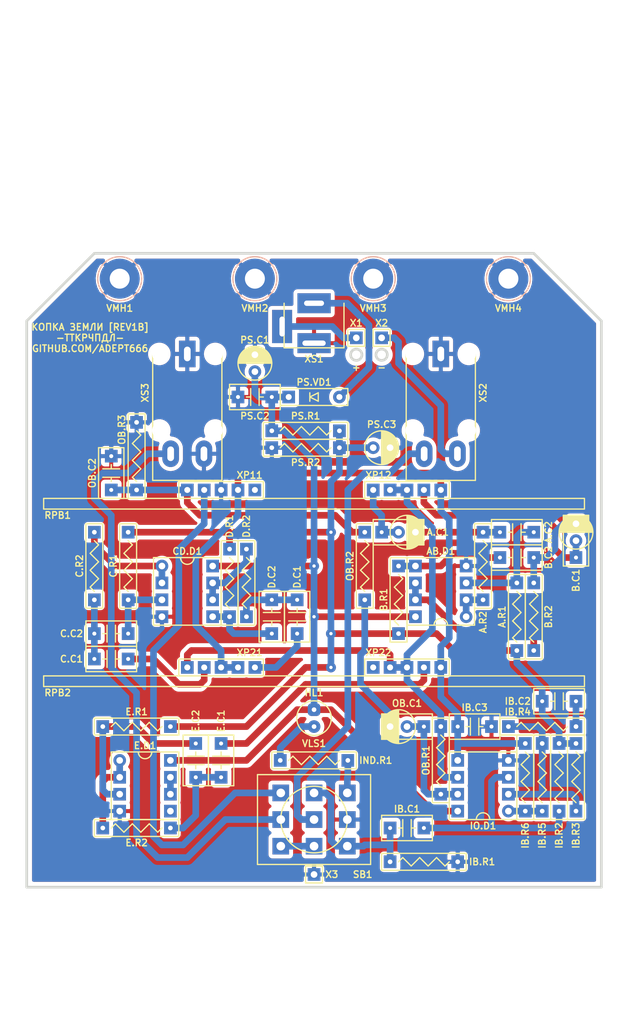
<source format=kicad_pcb>
(kicad_pcb (version 20171130) (host pcbnew 5.1.12-84ad8e8a86~92~ubuntu20.04.1)
  (title_block (title ТКП-1.24.B-1) (date 2023-11-17) (rev 1B) (company "Копка Земли [REV1B] Down-Tuned") (comment 1 http://github.com/Adept666) (comment 2 "Igor Ivanov (Игорь Иванов)") (comment 3 -ТТКРЧПДЛ-) (comment 4 "This project is licensed under GNU General Public License v3.0 or later"))
  (layers (0 F.Cu jumper) (31 B.Cu signal) (37 F.SilkS user) (38 B.Mask user) (39 F.Mask user) (44 Edge.Cuts user))
  (net 0 "")
  (net 1 COM)
  (net 2 "Net-(HL1-PadC)")
  (net 3 /LED)
  (net 4 /PP3-POS)
  (net 5 /PP3-NEG)
  (net 6 VREF)
  (net 7 "Net-(A.C2-Pad2)")
  (net 8 "Net-(IB.C1-Pad2)")
  (net 9 "Net-(IB.C2-Pad2)")
  (net 10 /CUT-RAIL)
  (net 11 "Net-(IB.R3-Pad2)")
  (net 12 "Net-(IB.R5-Pad2)")
  (net 13 /BOOST-RAIL)
  (net 14 "Net-(IO.D1-Pad7)")
  (net 15 "Net-(OB.C2-Pad1)")
  (net 16 "Net-(C.C1-Pad1)")
  (net 17 "Net-(C.C1-Pad2)")
  (net 18 "Net-(C.C2-Pad2)")
  (net 19 "Net-(D.C1-Pad1)")
  (net 20 "Net-(D.C1-Pad2)")
  (net 21 "Net-(E.C1-Pad1)")
  (net 22 "Net-(E.C1-Pad2)")
  (net 23 "Net-(E.C2-Pad2)")
  (net 24 "Net-(E.D1-Pad6)")
  (net 25 "Net-(A.R2-Pad2)")
  (net 26 "Net-(AB.D1-Pad5)")
  (net 27 "Net-(AB.D1-Pad6)")
  (net 28 "Net-(C.R2-Pad2)")
  (net 29 "Net-(CD.D1-Pad5)")
  (net 30 "Net-(CD.D1-Pad6)")
  (net 31 "Net-(E.D1-Pad1)")
  (net 32 "Net-(E.D1-Pad5)")
  (net 33 V)
  (net 34 "Net-(PS.VD1-PadA)")
  (net 35 /IN-CIR)
  (net 36 /IN-CON)
  (net 37 "Net-(SB1-PadNC1)")
  (net 38 /OUT-CIR)
  (net 39 /OUT-CON)
  (net 40 "Net-(A.C1-Pad+)")
  (net 41 "Net-(A.C1-Pad-)")
  (net 42 "Net-(B.C1-Pad+)")
  (net 43 "Net-(B.C1-Pad-)")
  (net 44 "Net-(OB.C1-Pad-)")
  (module KCL-TH-ML:CON-PAD-S-1.0-1.9 (layer F.Cu) (at 115.57 105.41)
    (fp_text reference X2 (at 0 -2.2225) (layer F.SilkS) (effects (font (thickness 0.2))))
    (fp_text value -)
    (pad 1 thru_hole rect (at 0 0) (size 1.9 1.9) (drill 1) (layers *.Cu *.Mask) (net 5 /PP3-NEG))
  )
  (module KCL-TH-ML:CON-PAD-S-1.0-1.9 (layer F.Cu) (at 111.76 105.41)
    (fp_text reference X1 (at 0 -2.2225) (layer F.SilkS) (effects (font (thickness 0.2))))
    (fp_text value +)
    (pad 1 thru_hole rect (at 0 0) (size 1.9 1.9) (drill 1) (layers *.Cu *.Mask) (net 4 /PP3-POS))
  )
  (module KCL-TH-ML:CON-PAD-S-1.0-1.9 (layer F.Cu) (at 105.41 186.055)
    (fp_text reference X3 (at 1.5875 0) (layer F.SilkS) (effects (font (thickness 0.2)) (justify left)))
    (fp_text value COM)
    (pad 1 thru_hole rect (at 0 0) (size 1.9 1.9) (drill 1) (layers *.Cu *.Mask) (net 1 COM))
  )
  (module KCL-VIRTUAL:B-PP3-HV (layer F.Cu) (at 105.41 196.85)
    (fp_text reference GB1 hide)
    (fp_text value PP3 hide)
  )
  (module KCL-TH-ML:LED-ROUND-05.0-UNI-SH-SPACER-PNL-5.3 (layer F.Cu) (at 105.41 162.56 90)
    (fp_text reference HL1 (at 3.81 0 180) (layer F.SilkS) (effects (font (thickness 0.2))))
    (fp_text value FYL-5013UWC)
    (pad C thru_hole circle (at -1.27 0 90) (size 1.9 1.9) (drill 0.7) (layers *.Cu *.Mask) (net 2 "Net-(HL1-PadC)"))
    (pad A thru_hole roundrect (at 1.27 0 90) (size 1.9 1.9) (drill 0.7) (layers *.Cu *.Mask) (roundrect_rratio 0.3) (net 33 V))
  )
  (module KCL-TH-ML:VMH-STA-DA5-PNL-3.0 (layer F.Cu) (at 134.62 96.52)
    (fp_text reference VMH4 (at 0 4.445) (layer F.SilkS) (effects (font (thickness 0.2))))
    (fp_text value DI5M3x18)
    (pad 0 thru_hole circle (at 0 0) (size 6 6) (drill 3) (layers *.Cu *.Mask) (net 1 COM))
  )
  (module KCL-TH-ML:VMH-STA-DA5-PNL-3.0 (layer F.Cu) (at 114.3 96.52)
    (fp_text reference VMH3 (at 0 4.445) (layer F.SilkS) (effects (font (thickness 0.2))))
    (fp_text value DI5M3x18)
    (pad 0 thru_hole circle (at 0 0) (size 6 6) (drill 3) (layers *.Cu *.Mask) (net 1 COM))
  )
  (module KCL-TH-ML:VMH-STA-DA5-PNL-3.0 (layer F.Cu) (at 96.52 96.52)
    (fp_text reference VMH2 (at 0 4.445) (layer F.SilkS) (effects (font (thickness 0.2))))
    (fp_text value DI5M3x18)
    (pad 0 thru_hole circle (at 0 0) (size 6 6) (drill 3) (layers *.Cu *.Mask) (net 1 COM))
  )
  (module KCL-TH-ML:VMH-STA-DA5-PNL-3.0 (layer F.Cu) (at 76.2 96.52)
    (fp_text reference VMH1 (at 0 4.445) (layer F.SilkS) (effects (font (thickness 0.2))))
    (fp_text value DI5M3x18)
    (pad 0 thru_hole circle (at 0 0) (size 6 6) (drill 3) (layers *.Cu *.Mask) (net 1 COM))
  )
  (module KCL-VIRTUAL:VLS-BR (layer F.Cu) (at 105.41 162.56)
    (fp_text reference VLS1 (at 0 3.81) (layer F.SilkS) (effects (font (thickness 0.2))))
    (fp_text value BR-12.7)
  )
  (module SBKCL-TH-ML:RPB-1590BB-18-3x17-1.6-PNL-7.4-2.8 (layer F.Cu) (at 105.41 143.71)
    (fp_text reference RPB2 (at -40.64 15.04) (layer F.SilkS) (effects (font (thickness 0.2)) (justify left)))
    (fp_text value B50K-B50K-B50K)
    (fp_text user XP21 (at -7.62 9.0075) (layer F.SilkS) (effects (font (thickness 0.2)) (justify right)))
    (fp_text user XP22 (at 7.62 9.0075) (layer F.SilkS) (effects (font (thickness 0.2)) (justify left)))
    (pad 22 thru_hole rect (at 8.89 11.23) (size 1.9 1.9) (drill 0.9) (layers *.Cu *.Mask) (net 19 "Net-(D.C1-Pad1)"))
    (pad 23 thru_hole rect (at 11.43 11.23) (size 1.9 1.9) (drill 0.9) (layers *.Cu *.Mask) (net 13 /BOOST-RAIL))
    (pad 33 thru_hole rect (at 13.97 11.23) (size 1.9 1.9) (drill 0.9) (layers *.Cu *.Mask) (net 13 /BOOST-RAIL))
    (pad 32 thru_hole rect (at 16.51 11.23) (size 1.9 1.9) (drill 0.9) (layers *.Cu *.Mask) (net 21 "Net-(E.C1-Pad1)"))
    (pad 31 thru_hole rect (at 19.05 11.23) (size 1.9 1.9) (drill 0.9) (layers *.Cu *.Mask) (net 10 /CUT-RAIL))
    (pad 22 thru_hole rect (at -8.89 11.23) (size 1.9 1.9) (drill 0.9) (layers *.Cu *.Mask) (net 19 "Net-(D.C1-Pad1)"))
    (pad 12 thru_hole rect (at -16.51 11.23) (size 1.9 1.9) (drill 0.9) (layers *.Cu *.Mask) (net 16 "Net-(C.C1-Pad1)"))
    (pad 11 thru_hole rect (at -13.97 11.23) (size 1.9 1.9) (drill 0.9) (layers *.Cu *.Mask) (net 10 /CUT-RAIL))
    (pad 13 thru_hole rect (at -19.05 11.23) (size 1.9 1.9) (drill 0.9) (layers *.Cu *.Mask) (net 13 /BOOST-RAIL))
    (pad 21 thru_hole rect (at -11.43 11.23) (size 1.9 1.9) (drill 0.9) (layers *.Cu *.Mask) (net 10 /CUT-RAIL))
  )
  (module SBKCL-TH-ML:RPB-1590BB-18-3x17-1.6-PNL-7.4-2.8 (layer F.Cu) (at 105.41 117.04)
    (fp_text reference RPB1 (at -40.64 15.04) (layer F.SilkS) (effects (font (thickness 0.2)) (justify left)))
    (fp_text value B50K-B50K-B50K)
    (fp_text user XP11 (at -7.62 9.0075) (layer F.SilkS) (effects (font (thickness 0.2)) (justify right)))
    (fp_text user XP12 (at 7.62 9.0075) (layer F.SilkS) (effects (font (thickness 0.2)) (justify left)))
    (pad 22 thru_hole rect (at 8.89 11.23) (size 1.9 1.9) (drill 0.9) (layers *.Cu *.Mask) (net 40 "Net-(A.C1-Pad+)"))
    (pad 23 thru_hole rect (at 11.43 11.23) (size 1.9 1.9) (drill 0.9) (layers *.Cu *.Mask) (net 13 /BOOST-RAIL))
    (pad 33 thru_hole rect (at 13.97 11.23) (size 1.9 1.9) (drill 0.9) (layers *.Cu *.Mask) (net 13 /BOOST-RAIL))
    (pad 32 thru_hole rect (at 16.51 11.23) (size 1.9 1.9) (drill 0.9) (layers *.Cu *.Mask) (net 42 "Net-(B.C1-Pad+)"))
    (pad 31 thru_hole rect (at 19.05 11.23) (size 1.9 1.9) (drill 0.9) (layers *.Cu *.Mask) (net 10 /CUT-RAIL))
    (pad 22 thru_hole rect (at -8.89 11.23) (size 1.9 1.9) (drill 0.9) (layers *.Cu *.Mask) (net 40 "Net-(A.C1-Pad+)"))
    (pad 12 thru_hole rect (at -16.51 11.23) (size 1.9 1.9) (drill 0.9) (layers *.Cu *.Mask) (net 38 /OUT-CIR))
    (pad 11 thru_hole rect (at -13.97 11.23) (size 1.9 1.9) (drill 0.9) (layers *.Cu *.Mask) (net 1 COM))
    (pad 13 thru_hole rect (at -19.05 11.23) (size 1.9 1.9) (drill 0.9) (layers *.Cu *.Mask) (net 15 "Net-(OB.C2-Pad1)"))
    (pad 21 thru_hole rect (at -11.43 11.23) (size 1.9 1.9) (drill 0.9) (layers *.Cu *.Mask) (net 10 /CUT-RAIL))
  )
  (module SBKCL-TH-ML:CON-ST-008X-04 (layer F.Cu) (at 124.46 100.33 180)
    (fp_text reference XS2 (at -6.35 -13.335 270) (layer F.SilkS) (effects (font (thickness 0.2))))
    (fp_text value PJ-309)
    (pad "" np_thru_hole circle (at -4.2 -19 180) (size 2.2 2.2) (drill 2.2) (layers *.Cu *.Mask))
    (pad S thru_hole rect (at 0 -7.5 180) (size 2.5 4) (drill oval 1 2.2) (layers *.Cu *.Mask) (net 1 COM))
    (pad T thru_hole oval (at 2.5 -22.5 180) (size 2.5 4) (drill oval 1 2.2) (layers *.Cu *.Mask) (net 36 /IN-CON))
    (pad R thru_hole oval (at -2.5 -22.5 180) (size 2.5 4) (drill oval 1 2.2) (layers *.Cu *.Mask) (net 5 /PP3-NEG))
    (pad "" np_thru_hole circle (at 4.2 -19 180) (size 2.2 2.2) (drill 2.2) (layers *.Cu *.Mask))
    (pad "" np_thru_hole circle (at -4.2 -7.5 180) (size 2.2 2.2) (drill 2.2) (layers *.Cu *.Mask))
    (pad "" np_thru_hole circle (at 4.2 -7.5 180) (size 2.2 2.2) (drill 2.2) (layers *.Cu *.Mask))
  )
  (module SBKCL-TH-ML:CON-ST-008X-04 (layer F.Cu) (at 86.36 100.33 180)
    (fp_text reference XS3 (at 6.35 -13.335 270) (layer F.SilkS) (effects (font (thickness 0.2))))
    (fp_text value PJ-309)
    (pad "" np_thru_hole circle (at -4.2 -19 180) (size 2.2 2.2) (drill 2.2) (layers *.Cu *.Mask))
    (pad S thru_hole rect (at 0 -7.5 180) (size 2.5 4) (drill oval 1 2.2) (layers *.Cu *.Mask) (net 1 COM))
    (pad T thru_hole oval (at 2.5 -22.5 180) (size 2.5 4) (drill oval 1 2.2) (layers *.Cu *.Mask) (net 39 /OUT-CON))
    (pad R thru_hole oval (at -2.5 -22.5 180) (size 2.5 4) (drill oval 1 2.2) (layers *.Cu *.Mask) (net 1 COM))
    (pad "" np_thru_hole circle (at 4.2 -19 180) (size 2.2 2.2) (drill 2.2) (layers *.Cu *.Mask))
    (pad "" np_thru_hole circle (at -4.2 -7.5 180) (size 2.2 2.2) (drill 2.2) (layers *.Cu *.Mask))
    (pad "" np_thru_hole circle (at 4.2 -7.5 180) (size 2.2 2.2) (drill 2.2) (layers *.Cu *.Mask))
  )
  (module KCL-TH-ML:SW-PBS-24-302SP-2.5-PNL-13.0 (layer F.Cu) (at 105.41 177.8)
    (fp_text reference SB1 (at 8.89 8.255) (layer F.SilkS) (effects (font (thickness 0.2)) (justify right)))
    (fp_text value PBS-24-302SP)
    (pad COM3 thru_hole rect (at 5 0) (size 2.5 2.5) (drill 1.3) (layers *.Cu *.Mask) (net 1 COM))
    (pad NC3 thru_hole rect (at 5 4) (size 2.5 2.5) (drill 1.3) (layers *.Cu *.Mask) (net 35 /IN-CIR))
    (pad NO3 thru_hole rect (at 5 -4) (size 2.5 2.5) (drill 1.3) (layers *.Cu *.Mask) (net 3 /LED))
    (pad COM2 thru_hole rect (at 0 0) (size 2.5 2.5) (drill 1.3) (layers *.Cu *.Mask) (net 36 /IN-CON))
    (pad NC2 thru_hole rect (at 0 4) (size 2.5 2.5) (drill 1.3) (layers *.Cu *.Mask) (net 37 "Net-(SB1-PadNC1)"))
    (pad NO2 thru_hole rect (at 0 -4) (size 2.5 2.5) (drill 1.3) (layers *.Cu *.Mask) (net 35 /IN-CIR))
    (pad NO1 thru_hole rect (at -5 -4) (size 2.5 2.5) (drill 1.3) (layers *.Cu *.Mask) (net 38 /OUT-CIR))
    (pad COM1 thru_hole rect (at -5 0) (size 2.5 2.5) (drill 1.3) (layers *.Cu *.Mask) (net 39 /OUT-CON))
    (pad NC1 thru_hole rect (at -5 4) (size 2.5 2.5) (drill 1.3) (layers *.Cu *.Mask) (net 37 "Net-(SB1-PadNC1)"))
  )
  (module SBKCL-TH-ML:C-DISK-D04.2-T03.0-P05.08-d0.5-OR-CP-RADIAL-D05.0-P02.0-CLS (layer F.Cu) (at 119.38 163.83 180)
    (fp_text reference OB.C1 (at 0 3.4925) (layer F.SilkS) (effects (font (thickness 0.2))))
    (fp_text value 105)
    (pad - thru_hole rect (at 2.54 0 180) (size 1.9 1.9) (drill 1) (layers *.Cu *.Mask) (net 44 "Net-(OB.C1-Pad-)"))
    (pad + thru_hole circle (at 0 0 180) (size 1.9 1.9) (drill 1) (layers *.Cu *.Mask) (net 14 "Net-(IO.D1-Pad7)"))
    (pad + thru_hole rect (at -2.54 0 180) (size 1.9 1.9) (drill 0.6) (layers *.Cu *.Mask) (net 14 "Net-(IO.D1-Pad7)"))
  )
  (module SBKCL-TH-ML:C-DISK-D04.2-T03.0-P05.08-d0.5-OR-CP-RADIAL-D05.0-P02.0-CLS (layer F.Cu) (at 144.78 135.89 90)
    (fp_text reference B.C1 (at -4.1275 0 90) (layer F.SilkS) (effects (font (thickness 0.2)) (justify right)))
    (fp_text value 105)
    (pad - thru_hole rect (at 2.54 0 90) (size 1.9 1.9) (drill 1) (layers *.Cu *.Mask) (net 43 "Net-(B.C1-Pad-)"))
    (pad + thru_hole circle (at 0 0 90) (size 1.9 1.9) (drill 1) (layers *.Cu *.Mask) (net 42 "Net-(B.C1-Pad+)"))
    (pad + thru_hole rect (at -2.54 0 90) (size 1.9 1.9) (drill 0.6) (layers *.Cu *.Mask) (net 42 "Net-(B.C1-Pad+)"))
  )
  (module SBKCL-TH-ML:C-DISK-D04.2-T03.0-P05.08-d0.5-OR-CP-RADIAL-D05.0-P02.0-CLS (layer F.Cu) (at 118.11 134.62)
    (fp_text reference A.C1 (at 4.1275 0) (layer F.SilkS) (effects (font (thickness 0.2)) (justify left)))
    (fp_text value 225)
    (pad - thru_hole rect (at 2.54 0) (size 1.9 1.9) (drill 1) (layers *.Cu *.Mask) (net 41 "Net-(A.C1-Pad-)"))
    (pad + thru_hole circle (at 0 0) (size 1.9 1.9) (drill 1) (layers *.Cu *.Mask) (net 40 "Net-(A.C1-Pad+)"))
    (pad + thru_hole rect (at -2.54 0) (size 1.9 1.9) (drill 0.6) (layers *.Cu *.Mask) (net 40 "Net-(A.C1-Pad+)"))
  )
  (module KCL-TH-ML:CP-RADIAL-D05.0-P02.0-CLS (layer F.Cu) (at 115.57 121.92)
    (fp_text reference PS.C3 (at 0 -3.4925) (layer F.SilkS) (effects (font (thickness 0.2))))
    (fp_text value 476)
    (pad - thru_hole roundrect (at 1.27 0) (size 1.9 1.9) (drill 1) (layers *.Cu *.Mask) (roundrect_rratio 0.3) (net 1 COM))
    (pad + thru_hole circle (at -1.27 0) (size 1.9 1.9) (drill 1) (layers *.Cu *.Mask) (net 6 VREF))
  )
  (module KCL-TH-ML:CP-RADIAL-D05.0-P02.0-CLS (layer F.Cu) (at 96.52 109.22 90)
    (fp_text reference PS.C1 (at 3.4925 0 180) (layer F.SilkS) (effects (font (thickness 0.2))))
    (fp_text value 107)
    (pad + thru_hole circle (at -1.27 0 90) (size 1.9 1.9) (drill 1) (layers *.Cu *.Mask) (net 33 V))
    (pad - thru_hole roundrect (at 1.27 0 90) (size 1.9 1.9) (drill 1) (layers *.Cu *.Mask) (roundrect_rratio 0.3) (net 1 COM))
  )
  (module KCL-TH-ML:C-DISK-D04.2-T03.0-P05.08-d0.5 (layer F.Cu) (at 96.52 114.3 180)
    (fp_text reference PS.C2 (at 0 -2.8575) (layer F.SilkS) (effects (font (thickness 0.2))))
    (fp_text value 104)
    (pad 1 thru_hole rect (at -2.54 0 180) (size 1.9 1.9) (drill 0.6) (layers *.Cu *.Mask) (net 33 V))
    (pad 2 thru_hole rect (at 2.54 0 180) (size 1.9 1.9) (drill 0.6) (layers *.Cu *.Mask) (net 1 COM))
  )
  (module KCL-TH-ML:C-DISK-D04.2-T03.0-P05.08-d0.5 (layer F.Cu) (at 74.93 125.73 90)
    (fp_text reference OB.C2 (at 0 -2.8575 90) (layer F.SilkS) (effects (font (thickness 0.2))))
    (fp_text value 103)
    (pad 1 thru_hole rect (at -2.54 0 90) (size 1.9 1.9) (drill 0.6) (layers *.Cu *.Mask) (net 15 "Net-(OB.C2-Pad1)"))
    (pad 2 thru_hole rect (at 2.54 0 90) (size 1.9 1.9) (drill 0.6) (layers *.Cu *.Mask) (net 1 COM))
  )
  (module KCL-TH-ML:C-DISK-D04.2-T03.0-P05.08-d0.5 (layer F.Cu) (at 129.54 163.83)
    (fp_text reference IB.C3 (at 0 -2.8575) (layer F.SilkS) (effects (font (thickness 0.2))))
    (fp_text value 151)
    (pad 1 thru_hole rect (at -2.54 0) (size 1.9 1.9) (drill 0.6) (layers *.Cu *.Mask) (net 10 /CUT-RAIL))
    (pad 2 thru_hole rect (at 2.54 0) (size 1.9 1.9) (drill 0.6) (layers *.Cu *.Mask) (net 1 COM))
  )
  (module KCL-TH-ML:C-DISK-D04.2-T03.0-P05.08-d0.5 (layer F.Cu) (at 142.24 160.02)
    (fp_text reference IB.C2 (at -4.1275 0) (layer F.SilkS) (effects (font (thickness 0.2)) (justify right)))
    (fp_text value 103)
    (pad 1 thru_hole rect (at -2.54 0) (size 1.9 1.9) (drill 0.6) (layers *.Cu *.Mask) (net 6 VREF))
    (pad 2 thru_hole rect (at 2.54 0) (size 1.9 1.9) (drill 0.6) (layers *.Cu *.Mask) (net 9 "Net-(IB.C2-Pad2)"))
  )
  (module KCL-TH-ML:C-DISK-D04.2-T03.0-P05.08-d0.5 (layer F.Cu) (at 119.38 179.07)
    (fp_text reference IB.C1 (at 0 -2.8575) (layer F.SilkS) (effects (font (thickness 0.2))))
    (fp_text value 103)
    (pad 1 thru_hole rect (at -2.54 0) (size 1.9 1.9) (drill 0.6) (layers *.Cu *.Mask) (net 35 /IN-CIR))
    (pad 2 thru_hole rect (at 2.54 0) (size 1.9 1.9) (drill 0.6) (layers *.Cu *.Mask) (net 8 "Net-(IB.C1-Pad2)"))
  )
  (module KCL-TH-ML:C-DISK-D04.2-T03.0-P05.08-d0.5 (layer F.Cu) (at 87.63 168.91 90)
    (fp_text reference E.C2 (at 4.1275 0 90) (layer F.SilkS) (effects (font (thickness 0.2)) (justify left)))
    (fp_text value 681)
    (pad 1 thru_hole rect (at -2.54 0 90) (size 1.9 1.9) (drill 0.6) (layers *.Cu *.Mask) (net 22 "Net-(E.C1-Pad2)"))
    (pad 2 thru_hole rect (at 2.54 0 90) (size 1.9 1.9) (drill 0.6) (layers *.Cu *.Mask) (net 23 "Net-(E.C2-Pad2)"))
  )
  (module KCL-TH-ML:C-DISK-D04.2-T03.0-P05.08-d0.5 (layer F.Cu) (at 91.44 168.91 270)
    (fp_text reference E.C1 (at -4.1275 0 90) (layer F.SilkS) (effects (font (thickness 0.2)) (justify left)))
    (fp_text value 223)
    (pad 1 thru_hole rect (at -2.54 0 270) (size 1.9 1.9) (drill 0.6) (layers *.Cu *.Mask) (net 21 "Net-(E.C1-Pad1)"))
    (pad 2 thru_hole rect (at 2.54 0 270) (size 1.9 1.9) (drill 0.6) (layers *.Cu *.Mask) (net 22 "Net-(E.C1-Pad2)"))
  )
  (module KCL-TH-ML:C-DISK-D04.2-T03.0-P05.08-d0.5 (layer F.Cu) (at 99.06 147.32 270)
    (fp_text reference D.C2 (at -4.1275 0 90) (layer F.SilkS) (effects (font (thickness 0.2)) (justify left)))
    (fp_text value 332)
    (pad 1 thru_hole rect (at -2.54 0 270) (size 1.9 1.9) (drill 0.6) (layers *.Cu *.Mask) (net 20 "Net-(D.C1-Pad2)"))
    (pad 2 thru_hole rect (at 2.54 0 270) (size 1.9 1.9) (drill 0.6) (layers *.Cu *.Mask) (net 29 "Net-(CD.D1-Pad5)"))
  )
  (module KCL-TH-ML:C-DISK-D04.2-T03.0-P05.08-d0.5 (layer F.Cu) (at 102.87 147.32 90)
    (fp_text reference D.C1 (at 4.1275 0 90) (layer F.SilkS) (effects (font (thickness 0.2)) (justify left)))
    (fp_text value 683)
    (pad 1 thru_hole rect (at -2.54 0 90) (size 1.9 1.9) (drill 0.6) (layers *.Cu *.Mask) (net 19 "Net-(D.C1-Pad1)"))
    (pad 2 thru_hole rect (at 2.54 0 90) (size 1.9 1.9) (drill 0.6) (layers *.Cu *.Mask) (net 20 "Net-(D.C1-Pad2)"))
  )
  (module KCL-TH-ML:C-DISK-D04.2-T03.0-P05.08-d0.5 (layer F.Cu) (at 74.93 149.86)
    (fp_text reference C.C2 (at -4.1275 0) (layer F.SilkS) (effects (font (thickness 0.2)) (justify right)))
    (fp_text value 682)
    (pad 1 thru_hole rect (at -2.54 0) (size 1.9 1.9) (drill 0.6) (layers *.Cu *.Mask) (net 17 "Net-(C.C1-Pad2)"))
    (pad 2 thru_hole rect (at 2.54 0) (size 1.9 1.9) (drill 0.6) (layers *.Cu *.Mask) (net 18 "Net-(C.C2-Pad2)"))
  )
  (module KCL-TH-ML:C-DISK-D04.2-T03.0-P05.08-d0.5 (layer F.Cu) (at 74.93 153.67 180)
    (fp_text reference C.C1 (at 4.1275 0) (layer F.SilkS) (effects (font (thickness 0.2)) (justify right)))
    (fp_text value 154)
    (pad 1 thru_hole rect (at -2.54 0 180) (size 1.9 1.9) (drill 0.6) (layers *.Cu *.Mask) (net 16 "Net-(C.C1-Pad1)"))
    (pad 2 thru_hole rect (at 2.54 0 180) (size 1.9 1.9) (drill 0.6) (layers *.Cu *.Mask) (net 17 "Net-(C.C1-Pad2)"))
  )
  (module KCL-TH-ML:C-DISK-D04.2-T03.0-P05.08-d0.5 (layer F.Cu) (at 135.89 138.43 180)
    (fp_text reference B.C2 (at -4.7625 0 270) (layer F.SilkS) (effects (font (thickness 0.2))))
    (fp_text value 333)
    (pad 2 thru_hole rect (at 2.54 0 180) (size 1.9 1.9) (drill 0.6) (layers *.Cu *.Mask) (net 26 "Net-(AB.D1-Pad5)"))
    (pad 1 thru_hole rect (at -2.54 0 180) (size 1.9 1.9) (drill 0.6) (layers *.Cu *.Mask) (net 43 "Net-(B.C1-Pad-)"))
  )
  (module KCL-TH-ML:C-DISK-D04.2-T03.0-P05.08-d0.5 (layer F.Cu) (at 135.89 134.62)
    (fp_text reference A.C2 (at 4.7625 0 90) (layer F.SilkS) (effects (font (thickness 0.2))))
    (fp_text value 473)
    (pad 2 thru_hole rect (at 2.54 0) (size 1.9 1.9) (drill 0.6) (layers *.Cu *.Mask) (net 7 "Net-(A.C2-Pad2)"))
    (pad 1 thru_hole rect (at -2.54 0) (size 1.9 1.9) (drill 0.6) (layers *.Cu *.Mask) (net 41 "Net-(A.C1-Pad-)"))
  )
  (module KCL-TH-ML:R-MFR-25 (layer F.Cu) (at 105.41 168.91 180)
    (fp_text reference IND.R1 (at -6.6675 0) (layer F.SilkS) (effects (font (thickness 0.2)) (justify left)))
    (fp_text value 103)
    (pad 1 thru_hole rect (at -5.08 0 180) (size 1.9 1.9) (drill 0.7) (layers *.Cu *.Mask) (net 3 /LED))
    (pad 2 thru_hole rect (at 5.08 0 180) (size 1.9 1.9) (drill 0.7) (layers *.Cu *.Mask) (net 2 "Net-(HL1-PadC)"))
  )
  (module KCL-TH-ML:R-MFR-25 (layer F.Cu) (at 104.14 121.92)
    (fp_text reference PS.R2 (at 0 2.2225) (layer F.SilkS) (effects (font (thickness 0.2))))
    (fp_text value 473)
    (pad 1 thru_hole rect (at -5.08 0) (size 1.9 1.9) (drill 0.7) (layers *.Cu *.Mask) (net 1 COM))
    (pad 2 thru_hole rect (at 5.08 0) (size 1.9 1.9) (drill 0.7) (layers *.Cu *.Mask) (net 6 VREF))
  )
  (module KCL-TH-ML:R-MFR-25 (layer F.Cu) (at 104.14 119.38 180)
    (fp_text reference PS.R1 (at 0 2.2225) (layer F.SilkS) (effects (font (thickness 0.2))))
    (fp_text value 473)
    (pad 1 thru_hole rect (at -5.08 0 180) (size 1.9 1.9) (drill 0.7) (layers *.Cu *.Mask) (net 6 VREF))
    (pad 2 thru_hole rect (at 5.08 0 180) (size 1.9 1.9) (drill 0.7) (layers *.Cu *.Mask) (net 33 V))
  )
  (module KCL-TH-ML:R-MFR-25 (layer F.Cu) (at 78.74 123.19 270)
    (fp_text reference OB.R3 (at -6.35 2.2225 90) (layer F.SilkS) (effects (font (thickness 0.2)) (justify right)))
    (fp_text value 103)
    (pad 1 thru_hole rect (at -5.08 0 270) (size 1.9 1.9) (drill 0.7) (layers *.Cu *.Mask) (net 1 COM))
    (pad 2 thru_hole rect (at 5.08 0 270) (size 1.9 1.9) (drill 0.7) (layers *.Cu *.Mask) (net 15 "Net-(OB.C2-Pad1)"))
  )
  (module KCL-TH-ML:R-MFR-25 (layer F.Cu) (at 113.03 139.7 90)
    (fp_text reference OB.R2 (at 0 -2.2225 90) (layer F.SilkS) (effects (font (thickness 0.2))))
    (fp_text value 103)
    (pad 2 thru_hole rect (at 5.08 0 90) (size 1.9 1.9) (drill 0.7) (layers *.Cu *.Mask) (net 15 "Net-(OB.C2-Pad1)"))
    (pad 1 thru_hole rect (at -5.08 0 90) (size 1.9 1.9) (drill 0.7) (layers *.Cu *.Mask) (net 44 "Net-(OB.C1-Pad-)"))
  )
  (module KCL-TH-ML:R-MFR-25 (layer F.Cu) (at 124.46 168.91 270)
    (fp_text reference OB.R1 (at 0 2.2225 90) (layer F.SilkS) (effects (font (thickness 0.2))))
    (fp_text value 103)
    (pad 2 thru_hole rect (at 5.08 0 270) (size 1.9 1.9) (drill 0.7) (layers *.Cu *.Mask) (net 14 "Net-(IO.D1-Pad7)"))
    (pad 1 thru_hole rect (at -5.08 0 270) (size 1.9 1.9) (drill 0.7) (layers *.Cu *.Mask) (net 13 /BOOST-RAIL))
  )
  (module KCL-TH-ML:R-MFR-25 (layer F.Cu) (at 137.16 171.45 90)
    (fp_text reference IB.R6 (at -6.6675 0 90) (layer F.SilkS) (effects (font (thickness 0.2)) (justify right)))
    (fp_text value 103)
    (pad 1 thru_hole rect (at -5.08 0 90) (size 1.9 1.9) (drill 0.7) (layers *.Cu *.Mask) (net 12 "Net-(IB.R5-Pad2)"))
    (pad 2 thru_hole rect (at 5.08 0 90) (size 1.9 1.9) (drill 0.7) (layers *.Cu *.Mask) (net 10 /CUT-RAIL))
  )
  (module KCL-TH-ML:R-MFR-25 (layer F.Cu) (at 139.7 171.45 270)
    (fp_text reference IB.R5 (at 6.6675 0 90) (layer F.SilkS) (effects (font (thickness 0.2)) (justify right)))
    (fp_text value 103)
    (pad 1 thru_hole rect (at -5.08 0 270) (size 1.9 1.9) (drill 0.7) (layers *.Cu *.Mask) (net 11 "Net-(IB.R3-Pad2)"))
    (pad 2 thru_hole rect (at 5.08 0 270) (size 1.9 1.9) (drill 0.7) (layers *.Cu *.Mask) (net 12 "Net-(IB.R5-Pad2)"))
  )
  (module KCL-TH-ML:R-MFR-25 (layer F.Cu) (at 139.7 163.83 180)
    (fp_text reference IB.R4 (at 1.5875 2.2225) (layer F.SilkS) (effects (font (thickness 0.2)) (justify right)))
    (fp_text value 102)
    (pad 1 thru_hole rect (at -5.08 0 180) (size 1.9 1.9) (drill 0.7) (layers *.Cu *.Mask) (net 9 "Net-(IB.C2-Pad2)"))
    (pad 2 thru_hole rect (at 5.08 0 180) (size 1.9 1.9) (drill 0.7) (layers *.Cu *.Mask) (net 11 "Net-(IB.R3-Pad2)"))
  )
  (module KCL-TH-ML:R-MFR-25 (layer F.Cu) (at 144.78 171.45 270)
    (fp_text reference IB.R3 (at 6.6675 0 90) (layer F.SilkS) (effects (font (thickness 0.2)) (justify right)))
    (fp_text value 103)
    (pad 1 thru_hole rect (at -5.08 0 270) (size 1.9 1.9) (drill 0.7) (layers *.Cu *.Mask) (net 6 VREF))
    (pad 2 thru_hole rect (at 5.08 0 270) (size 1.9 1.9) (drill 0.7) (layers *.Cu *.Mask) (net 11 "Net-(IB.R3-Pad2)"))
  )
  (module KCL-TH-ML:R-MFR-25 (layer F.Cu) (at 142.24 171.45 270)
    (fp_text reference IB.R2 (at 6.6675 0 90) (layer F.SilkS) (effects (font (thickness 0.2)) (justify right)))
    (fp_text value 474)
    (pad 1 thru_hole rect (at -5.08 0 270) (size 1.9 1.9) (drill 0.7) (layers *.Cu *.Mask) (net 6 VREF))
    (pad 2 thru_hole rect (at 5.08 0 270) (size 1.9 1.9) (drill 0.7) (layers *.Cu *.Mask) (net 8 "Net-(IB.C1-Pad2)"))
  )
  (module KCL-TH-ML:R-MFR-25 (layer F.Cu) (at 121.92 184.15 180)
    (fp_text reference IB.R1 (at -6.6675 0) (layer F.SilkS) (effects (font (thickness 0.2)) (justify left)))
    (fp_text value 225)
    (pad 1 thru_hole rect (at -5.08 0 180) (size 1.9 1.9) (drill 0.7) (layers *.Cu *.Mask) (net 1 COM))
    (pad 2 thru_hole rect (at 5.08 0 180) (size 1.9 1.9) (drill 0.7) (layers *.Cu *.Mask) (net 35 /IN-CIR))
  )
  (module KCL-TH-ML:R-MFR-25 (layer F.Cu) (at 78.74 179.07 180)
    (fp_text reference E.R2 (at 0 -2.2225) (layer F.SilkS) (effects (font (thickness 0.2))))
    (fp_text value 102)
    (pad 1 thru_hole rect (at -5.08 0 180) (size 1.9 1.9) (drill 0.7) (layers *.Cu *.Mask) (net 22 "Net-(E.C1-Pad2)"))
    (pad 2 thru_hole rect (at 5.08 0 180) (size 1.9 1.9) (drill 0.7) (layers *.Cu *.Mask) (net 31 "Net-(E.D1-Pad1)"))
  )
  (module KCL-TH-ML:R-MFR-25 (layer F.Cu) (at 78.74 163.83 180)
    (fp_text reference E.R1 (at 0 2.2225) (layer F.SilkS) (effects (font (thickness 0.2))))
    (fp_text value 104)
    (pad 1 thru_hole rect (at -5.08 0 180) (size 1.9 1.9) (drill 0.7) (layers *.Cu *.Mask) (net 6 VREF))
    (pad 2 thru_hole rect (at 5.08 0 180) (size 1.9 1.9) (drill 0.7) (layers *.Cu *.Mask) (net 23 "Net-(E.C2-Pad2)"))
  )
  (module KCL-TH-ML:R-MFR-25 (layer F.Cu) (at 95.25 142.24 90)
    (fp_text reference D.R2 (at 6.6675 0 90) (layer F.SilkS) (effects (font (thickness 0.2)) (justify left)))
    (fp_text value 102)
    (pad 1 thru_hole rect (at -5.08 0 90) (size 1.9 1.9) (drill 0.7) (layers *.Cu *.Mask) (net 20 "Net-(D.C1-Pad2)"))
    (pad 2 thru_hole rect (at 5.08 0 90) (size 1.9 1.9) (drill 0.7) (layers *.Cu *.Mask) (net 30 "Net-(CD.D1-Pad6)"))
  )
  (module KCL-TH-ML:R-MFR-25 (layer F.Cu) (at 92.71 142.24 270)
    (fp_text reference D.R1 (at -6.6675 0 90) (layer F.SilkS) (effects (font (thickness 0.2)) (justify left)))
    (fp_text value 104)
    (pad 1 thru_hole rect (at -5.08 0 270) (size 1.9 1.9) (drill 0.7) (layers *.Cu *.Mask) (net 6 VREF))
    (pad 2 thru_hole rect (at 5.08 0 270) (size 1.9 1.9) (drill 0.7) (layers *.Cu *.Mask) (net 29 "Net-(CD.D1-Pad5)"))
  )
  (module KCL-TH-ML:R-MFR-25 (layer F.Cu) (at 72.39 139.7 90)
    (fp_text reference C.R2 (at 0 -2.2225 90) (layer F.SilkS) (effects (font (thickness 0.2))))
    (fp_text value 102)
    (pad 1 thru_hole rect (at -5.08 0 90) (size 1.9 1.9) (drill 0.7) (layers *.Cu *.Mask) (net 17 "Net-(C.C1-Pad2)"))
    (pad 2 thru_hole rect (at 5.08 0 90) (size 1.9 1.9) (drill 0.7) (layers *.Cu *.Mask) (net 28 "Net-(C.R2-Pad2)"))
  )
  (module KCL-TH-ML:R-MFR-25 (layer F.Cu) (at 77.47 139.7 270)
    (fp_text reference C.R1 (at 0 2.2225 90) (layer F.SilkS) (effects (font (thickness 0.2))))
    (fp_text value 104)
    (pad 1 thru_hole rect (at -5.08 0 270) (size 1.9 1.9) (drill 0.7) (layers *.Cu *.Mask) (net 6 VREF))
    (pad 2 thru_hole rect (at 5.08 0 270) (size 1.9 1.9) (drill 0.7) (layers *.Cu *.Mask) (net 18 "Net-(C.C2-Pad2)"))
  )
  (module KCL-TH-ML:R-MFR-25 (layer F.Cu) (at 138.43 147.32 270)
    (fp_text reference B.R2 (at 0 -2.2225 90) (layer F.SilkS) (effects (font (thickness 0.2))))
    (fp_text value 471)
    (pad 2 thru_hole rect (at 5.08 0 270) (size 1.9 1.9) (drill 0.7) (layers *.Cu *.Mask) (net 27 "Net-(AB.D1-Pad6)"))
    (pad 1 thru_hole rect (at -5.08 0 270) (size 1.9 1.9) (drill 0.7) (layers *.Cu *.Mask) (net 43 "Net-(B.C1-Pad-)"))
  )
  (module KCL-TH-ML:R-MFR-25 (layer F.Cu) (at 118.11 144.78 90)
    (fp_text reference B.R1 (at 0 -2.2225 90) (layer F.SilkS) (effects (font (thickness 0.2))))
    (fp_text value 104)
    (pad 1 thru_hole rect (at -5.08 0 90) (size 1.9 1.9) (drill 0.7) (layers *.Cu *.Mask) (net 6 VREF))
    (pad 2 thru_hole rect (at 5.08 0 90) (size 1.9 1.9) (drill 0.7) (layers *.Cu *.Mask) (net 26 "Net-(AB.D1-Pad5)"))
  )
  (module KCL-TH-ML:R-MFR-25 (layer F.Cu) (at 130.81 139.7 270)
    (fp_text reference A.R2 (at 6.6675 0 90) (layer F.SilkS) (effects (font (thickness 0.2)) (justify right)))
    (fp_text value 471)
    (pad 2 thru_hole rect (at 5.08 0 270) (size 1.9 1.9) (drill 0.7) (layers *.Cu *.Mask) (net 25 "Net-(A.R2-Pad2)"))
    (pad 1 thru_hole rect (at -5.08 0 270) (size 1.9 1.9) (drill 0.7) (layers *.Cu *.Mask) (net 41 "Net-(A.C1-Pad-)"))
  )
  (module KCL-TH-ML:R-MFR-25 (layer F.Cu) (at 135.89 147.32 90)
    (fp_text reference A.R1 (at 0 -2.2225 90) (layer F.SilkS) (effects (font (thickness 0.2))))
    (fp_text value 124)
    (pad 1 thru_hole rect (at -5.08 0 90) (size 1.9 1.9) (drill 0.7) (layers *.Cu *.Mask) (net 6 VREF))
    (pad 2 thru_hole rect (at 5.08 0 90) (size 1.9 1.9) (drill 0.7) (layers *.Cu *.Mask) (net 7 "Net-(A.C2-Pad2)"))
  )
  (module KCL-TH-ML:CON-DC-005 (layer F.Cu) (at 105.41 92.71 180)
    (fp_text reference XS1 (at 0 -15.875) (layer F.SilkS) (effects (font (thickness 0.2))))
    (fp_text value DC-005)
    (pad C thru_hole rect (at 0 -13.5 180) (size 5 3) (drill oval 3.5 0.8) (layers *.Cu *.Mask) (net 1 COM))
    (pad SN thru_hole rect (at 4.8 -11 180) (size 3 5) (drill oval 0.8 3) (layers *.Cu *.Mask) (net 4 /PP3-POS))
    (pad S thru_hole rect (at 0 -7.5 180) (size 5 3) (drill oval 3 0.8) (layers *.Cu *.Mask) (net 34 "Net-(PS.VD1-PadA)"))
  )
  (module KCL-TH-ML:P-DIP-08 (layer F.Cu) (at 130.81 172.72 180)
    (fp_text reference IO.D1 (at 0 -6.0325) (layer F.SilkS) (effects (font (thickness 0.2))))
    (fp_text value 4558)
    (pad 8 thru_hole rect (at 3.81 -3.81 180) (size 1.9 1.9) (drill 1) (layers *.Cu *.Mask) (net 33 V))
    (pad 7 thru_hole rect (at 3.81 -1.27 180) (size 1.9 1.9) (drill 1) (layers *.Cu *.Mask) (net 14 "Net-(IO.D1-Pad7)"))
    (pad 6 thru_hole rect (at 3.81 1.27 180) (size 1.9 1.9) (drill 1) (layers *.Cu *.Mask) (net 13 /BOOST-RAIL))
    (pad 5 thru_hole rect (at 3.81 3.81 180) (size 1.9 1.9) (drill 1) (layers *.Cu *.Mask) (net 10 /CUT-RAIL))
    (pad 4 thru_hole rect (at -3.81 3.81 180) (size 1.9 1.9) (drill 1) (layers *.Cu *.Mask) (net 1 COM))
    (pad 3 thru_hole rect (at -3.81 1.27 180) (size 1.9 1.9) (drill 1) (layers *.Cu *.Mask) (net 8 "Net-(IB.C1-Pad2)"))
    (pad 2 thru_hole rect (at -3.81 -1.27 180) (size 1.9 1.9) (drill 1) (layers *.Cu *.Mask) (net 11 "Net-(IB.R3-Pad2)"))
    (pad 1 thru_hole circle (at -3.81 -3.81 180) (size 1.9 1.9) (drill 1) (layers *.Cu *.Mask) (net 12 "Net-(IB.R5-Pad2)"))
  )
  (module KCL-TH-ML:P-DIP-08 (layer F.Cu) (at 80.01 172.72)
    (fp_text reference E.D1 (at 0 -6.0325) (layer F.SilkS) (effects (font (thickness 0.2))))
    (fp_text value 4558)
    (pad 8 thru_hole rect (at 3.81 -3.81) (size 1.9 1.9) (drill 1) (layers *.Cu *.Mask) (net 33 V))
    (pad 7 thru_hole rect (at 3.81 -1.27) (size 1.9 1.9) (drill 1) (layers *.Cu *.Mask) (net 24 "Net-(E.D1-Pad6)"))
    (pad 6 thru_hole rect (at 3.81 1.27) (size 1.9 1.9) (drill 1) (layers *.Cu *.Mask) (net 24 "Net-(E.D1-Pad6)"))
    (pad 5 thru_hole rect (at 3.81 3.81) (size 1.9 1.9) (drill 1) (layers *.Cu *.Mask) (net 32 "Net-(E.D1-Pad5)"))
    (pad 4 thru_hole rect (at -3.81 3.81) (size 1.9 1.9) (drill 1) (layers *.Cu *.Mask) (net 1 COM))
    (pad 3 thru_hole rect (at -3.81 1.27) (size 1.9 1.9) (drill 1) (layers *.Cu *.Mask) (net 23 "Net-(E.C2-Pad2)"))
    (pad 2 thru_hole rect (at -3.81 -1.27) (size 1.9 1.9) (drill 1) (layers *.Cu *.Mask) (net 31 "Net-(E.D1-Pad1)"))
    (pad 1 thru_hole circle (at -3.81 -3.81) (size 1.9 1.9) (drill 1) (layers *.Cu *.Mask) (net 31 "Net-(E.D1-Pad1)"))
  )
  (module KCL-TH-ML:P-DIP-08 (layer F.Cu) (at 86.36 143.51)
    (fp_text reference CD.D1 (at 0 -6.0325) (layer F.SilkS) (effects (font (thickness 0.2))))
    (fp_text value 4558)
    (pad 8 thru_hole rect (at 3.81 -3.81) (size 1.9 1.9) (drill 1) (layers *.Cu *.Mask) (net 33 V))
    (pad 7 thru_hole rect (at 3.81 -1.27) (size 1.9 1.9) (drill 1) (layers *.Cu *.Mask) (net 30 "Net-(CD.D1-Pad6)"))
    (pad 6 thru_hole rect (at 3.81 1.27) (size 1.9 1.9) (drill 1) (layers *.Cu *.Mask) (net 30 "Net-(CD.D1-Pad6)"))
    (pad 5 thru_hole rect (at 3.81 3.81) (size 1.9 1.9) (drill 1) (layers *.Cu *.Mask) (net 29 "Net-(CD.D1-Pad5)"))
    (pad 4 thru_hole rect (at -3.81 3.81) (size 1.9 1.9) (drill 1) (layers *.Cu *.Mask) (net 1 COM))
    (pad 3 thru_hole rect (at -3.81 1.27) (size 1.9 1.9) (drill 1) (layers *.Cu *.Mask) (net 18 "Net-(C.C2-Pad2)"))
    (pad 2 thru_hole rect (at -3.81 -1.27) (size 1.9 1.9) (drill 1) (layers *.Cu *.Mask) (net 28 "Net-(C.R2-Pad2)"))
    (pad 1 thru_hole circle (at -3.81 -3.81) (size 1.9 1.9) (drill 1) (layers *.Cu *.Mask) (net 28 "Net-(C.R2-Pad2)"))
  )
  (module KCL-TH-ML:P-DIP-08 (layer F.Cu) (at 124.46 143.51 180)
    (fp_text reference AB.D1 (at 0 6.0325) (layer F.SilkS) (effects (font (thickness 0.2))))
    (fp_text value 4558)
    (pad 8 thru_hole rect (at 3.81 -3.81 180) (size 1.9 1.9) (drill 1) (layers *.Cu *.Mask) (net 33 V))
    (pad 7 thru_hole rect (at 3.81 -1.27 180) (size 1.9 1.9) (drill 1) (layers *.Cu *.Mask) (net 27 "Net-(AB.D1-Pad6)"))
    (pad 6 thru_hole rect (at 3.81 1.27 180) (size 1.9 1.9) (drill 1) (layers *.Cu *.Mask) (net 27 "Net-(AB.D1-Pad6)"))
    (pad 5 thru_hole rect (at 3.81 3.81 180) (size 1.9 1.9) (drill 1) (layers *.Cu *.Mask) (net 26 "Net-(AB.D1-Pad5)"))
    (pad 4 thru_hole rect (at -3.81 3.81 180) (size 1.9 1.9) (drill 1) (layers *.Cu *.Mask) (net 1 COM))
    (pad 3 thru_hole rect (at -3.81 1.27 180) (size 1.9 1.9) (drill 1) (layers *.Cu *.Mask) (net 7 "Net-(A.C2-Pad2)"))
    (pad 2 thru_hole rect (at -3.81 -1.27 180) (size 1.9 1.9) (drill 1) (layers *.Cu *.Mask) (net 25 "Net-(A.R2-Pad2)"))
    (pad 1 thru_hole circle (at -3.81 -3.81 180) (size 1.9 1.9) (drill 1) (layers *.Cu *.Mask) (net 25 "Net-(A.R2-Pad2)"))
  )
  (module KCL-TH-ML:P-DO-41 (layer F.Cu) (at 105.41 114.3 180)
    (fp_text reference PS.VD1 (at 0 2.2225) (layer F.SilkS) (effects (font (thickness 0.2))))
    (fp_text value 5817)
    (pad A thru_hole circle (at -3.81 0 180) (size 1.9 1.9) (drill 0.9) (layers *.Cu *.Mask) (net 34 "Net-(PS.VD1-PadA)"))
    (pad C thru_hole rect (at 3.81 0 180) (size 1.9 1.9) (drill 0.9) (layers *.Cu *.Mask) (net 33 V))
  )
  (module SBEL:1590BB_B1 (layer F.Cu) (at 105.41 148.59)
    (fp_text reference VE1 hide)
    (fp_text value 1590BB hide)
  )
  (gr_text - (at 115.57 109.855) (layer F.SilkS) (effects (font (size 1 1) (thickness 0.2))))
  (gr_text + (at 111.76 109.855) (layer F.SilkS) (effects (font (size 1 1) (thickness 0.2))))
  (gr_line (start 138.43 92.71) (end 148.59 102.87) (layer Edge.Cuts) (width 0.4))
  (gr_line (start 62.23 102.87) (end 72.39 92.71) (layer Edge.Cuts) (width 0.4))
  (gr_line (start 148.59 102.87) (end 148.59 187.96) (layer Edge.Cuts) (width 0.4))
  (gr_line (start 62.23 102.87) (end 62.23 187.96) (layer Edge.Cuts) (width 0.4))
  (gr_circle (center 115.57 107.95) (end 116.42 107.95) (layer Edge.Cuts) (width 0.4))
  (gr_circle (center 111.76 107.95) (end 112.61 107.95) (layer Edge.Cuts) (width 0.4))
  (gr_text "КОПКА ЗЕМЛИ [REV1B]\n-ТТКРЧПДЛ-\nGITHUB.COM/ADEPT666" (at 71.755 105.41) (layer F.SilkS) (effects (font (size 1 1) (thickness 0.2))))
  (gr_line (start 62.23 187.96) (end 148.59 187.96) (layer Edge.Cuts) (width 0.4))
  (gr_line (start 72.39 92.71) (end 138.43 92.71) (layer Edge.Cuts) (width 0.4))
  (segment (start 103.505 163.83) (end 105.41 163.83) (width 1) (layer B.Cu) (net 2))
  (segment (start 100.33 167.005) (end 103.505 163.83) (width 1) (layer B.Cu) (net 2))
  (segment (start 100.33 168.91) (end 100.33 167.005) (width 1) (layer B.Cu) (net 2))
  (segment (start 110.41 173.8) (end 110.41 171.53) (width 1) (layer B.Cu) (net 3))
  (segment (start 110.41 171.53) (end 110.49 171.45) (width 1) (layer B.Cu) (net 3))
  (segment (start 110.49 171.45) (end 110.49 168.91) (width 1) (layer B.Cu) (net 3))
  (segment (start 109.855 105.41) (end 111.76 105.41) (width 1) (layer B.Cu) (net 4))
  (segment (start 108.155 103.71) (end 109.855 105.41) (width 1) (layer B.Cu) (net 4))
  (segment (start 100.61 103.71) (end 108.155 103.71) (width 1) (layer B.Cu) (net 4))
  (segment (start 124.46 122.195) (end 125.095 122.83) (width 1) (layer B.Cu) (net 5))
  (segment (start 124.46 115.57) (end 124.46 122.195) (width 1) (layer B.Cu) (net 5))
  (segment (start 118.11 109.22) (end 124.46 115.57) (width 1) (layer B.Cu) (net 5))
  (segment (start 118.11 106.045) (end 118.11 109.22) (width 1) (layer B.Cu) (net 5))
  (segment (start 117.475 105.41) (end 118.11 106.045) (width 1) (layer B.Cu) (net 5))
  (segment (start 125.095 122.83) (end 126.96 122.83) (width 1) (layer B.Cu) (net 5))
  (segment (start 115.57 105.41) (end 117.475 105.41) (width 1) (layer B.Cu) (net 5))
  (via (at 107.95 134.62) (size 1.5) (drill 0.5) (layers F.Cu B.Cu) (net 6))
  (via (at 107.95 149.86) (size 1.5) (drill 0.5) (layers F.Cu B.Cu) (net 6))
  (via (at 107.95 154.94) (size 1.5) (drill 0.5) (layers F.Cu B.Cu) (net 6))
  (segment (start 142.24 166.37) (end 144.78 166.37) (width 1) (layer B.Cu) (net 6))
  (segment (start 92.71 137.16) (end 92.71 134.62) (width 1) (layer F.Cu) (net 6))
  (segment (start 92.71 134.62) (end 107.95 134.62) (width 1) (layer F.Cu) (net 6))
  (segment (start 77.47 134.62) (end 92.71 134.62) (width 1) (layer F.Cu) (net 6))
  (segment (start 139.7 161.925) (end 142.24 164.465) (width 1) (layer B.Cu) (net 6))
  (segment (start 142.24 164.465) (end 142.24 166.37) (width 1) (layer B.Cu) (net 6))
  (segment (start 139.7 160.02) (end 139.7 161.925) (width 1) (layer B.Cu) (net 6))
  (segment (start 118.11 149.86) (end 107.95 149.86) (width 1) (layer F.Cu) (net 6))
  (segment (start 135.89 154.305) (end 139.7 158.115) (width 1) (layer B.Cu) (net 6))
  (segment (start 139.7 158.115) (end 139.7 160.02) (width 1) (layer B.Cu) (net 6))
  (segment (start 135.89 152.4) (end 135.89 154.305) (width 1) (layer B.Cu) (net 6))
  (segment (start 126.365 152.4) (end 135.89 152.4) (width 1) (layer F.Cu) (net 6))
  (segment (start 123.825 149.86) (end 126.365 152.4) (width 1) (layer F.Cu) (net 6))
  (segment (start 118.11 149.86) (end 123.825 149.86) (width 1) (layer F.Cu) (net 6))
  (segment (start 109.22 121.92) (end 114.3 121.92) (width 1) (layer B.Cu) (net 6))
  (segment (start 109.22 119.38) (end 109.22 121.92) (width 1) (layer B.Cu) (net 6))
  (segment (start 109.22 125.73) (end 107.95 127) (width 1) (layer B.Cu) (net 6))
  (segment (start 109.22 121.92) (end 109.22 125.73) (width 1) (layer B.Cu) (net 6))
  (segment (start 107.95 127) (end 107.95 134.62) (width 1) (layer B.Cu) (net 6))
  (segment (start 107.95 134.62) (end 107.95 149.86) (width 1) (layer B.Cu) (net 6))
  (segment (start 107.95 149.86) (end 107.95 154.94) (width 1) (layer B.Cu) (net 6))
  (segment (start 104.14 154.94) (end 107.95 154.94) (width 1) (layer F.Cu) (net 6))
  (segment (start 95.25 163.83) (end 104.14 154.94) (width 1) (layer F.Cu) (net 6))
  (segment (start 83.82 163.83) (end 95.25 163.83) (width 1) (layer F.Cu) (net 6))
  (segment (start 128.27 142.24) (end 135.89 142.24) (width 1) (layer B.Cu) (net 7))
  (segment (start 136.525 134.62) (end 138.43 134.62) (width 1) (layer B.Cu) (net 7))
  (segment (start 135.89 135.255) (end 136.525 134.62) (width 1) (layer B.Cu) (net 7))
  (segment (start 135.89 142.24) (end 135.89 135.255) (width 1) (layer B.Cu) (net 7))
  (segment (start 121.92 179.07) (end 132.08 179.07) (width 1) (layer B.Cu) (net 8))
  (segment (start 142.24 178.435) (end 142.24 176.53) (width 1) (layer B.Cu) (net 8))
  (segment (start 141.605 179.07) (end 142.24 178.435) (width 1) (layer B.Cu) (net 8))
  (segment (start 132.08 179.07) (end 141.605 179.07) (width 1) (layer B.Cu) (net 8))
  (segment (start 132.715 171.45) (end 134.62 171.45) (width 1) (layer B.Cu) (net 8))
  (segment (start 132.08 172.085) (end 132.715 171.45) (width 1) (layer B.Cu) (net 8))
  (segment (start 132.08 179.07) (end 132.08 172.085) (width 1) (layer B.Cu) (net 8))
  (segment (start 144.78 160.02) (end 144.78 163.83) (width 1) (layer B.Cu) (net 9))
  (segment (start 91.44 154.94) (end 93.98 154.94) (width 1) (layer B.Cu) (net 10))
  (segment (start 137.16 166.37) (end 127 166.37) (width 1) (layer B.Cu) (net 10))
  (segment (start 127 166.37) (end 127 168.91) (width 1) (layer B.Cu) (net 10))
  (segment (start 93.98 132.08) (end 93.98 128.27) (width 1) (layer B.Cu) (net 10))
  (segment (start 87.63 138.43) (end 93.98 132.08) (width 1) (layer B.Cu) (net 10))
  (segment (start 87.63 148.59) (end 87.63 138.43) (width 1) (layer B.Cu) (net 10))
  (segment (start 91.44 152.4) (end 87.63 148.59) (width 1) (layer B.Cu) (net 10))
  (segment (start 91.44 154.94) (end 91.44 152.4) (width 1) (layer B.Cu) (net 10))
  (segment (start 124.46 126.365) (end 124.46 128.27) (width 1) (layer F.Cu) (net 10))
  (segment (start 123.825 125.73) (end 124.46 126.365) (width 1) (layer F.Cu) (net 10))
  (segment (start 94.615 125.73) (end 123.825 125.73) (width 1) (layer F.Cu) (net 10))
  (segment (start 93.98 126.365) (end 94.615 125.73) (width 1) (layer F.Cu) (net 10))
  (segment (start 93.98 128.27) (end 93.98 126.365) (width 1) (layer F.Cu) (net 10))
  (segment (start 127 163.83) (end 127 166.37) (width 1) (layer B.Cu) (net 10))
  (segment (start 127 161.925) (end 127 163.83) (width 1) (layer B.Cu) (net 10))
  (segment (start 124.46 159.385) (end 127 161.925) (width 1) (layer B.Cu) (net 10))
  (segment (start 124.46 154.94) (end 124.46 159.385) (width 1) (layer B.Cu) (net 10))
  (segment (start 124.46 131.445) (end 124.46 128.27) (width 1) (layer B.Cu) (net 10))
  (segment (start 125.73 132.715) (end 124.46 131.445) (width 1) (layer B.Cu) (net 10))
  (segment (start 125.73 150.495) (end 125.73 132.715) (width 1) (layer B.Cu) (net 10))
  (segment (start 124.46 151.765) (end 125.73 150.495) (width 1) (layer B.Cu) (net 10))
  (segment (start 124.46 154.94) (end 124.46 151.765) (width 1) (layer B.Cu) (net 10))
  (segment (start 144.78 174.625) (end 144.78 176.53) (width 1) (layer B.Cu) (net 11))
  (segment (start 144.145 173.99) (end 144.78 174.625) (width 1) (layer B.Cu) (net 11))
  (segment (start 139.7 173.99) (end 144.145 173.99) (width 1) (layer B.Cu) (net 11))
  (segment (start 139.7 173.99) (end 139.7 166.37) (width 1) (layer B.Cu) (net 11))
  (segment (start 134.62 173.99) (end 139.7 173.99) (width 1) (layer B.Cu) (net 11))
  (segment (start 134.62 163.83) (end 139.065 163.83) (width 1) (layer B.Cu) (net 11))
  (segment (start 139.065 163.83) (end 139.7 164.465) (width 1) (layer B.Cu) (net 11))
  (segment (start 139.7 164.465) (end 139.7 166.37) (width 1) (layer B.Cu) (net 11))
  (segment (start 134.62 176.53) (end 137.16 176.53) (width 1) (layer B.Cu) (net 12))
  (segment (start 137.16 176.53) (end 139.7 176.53) (width 1) (layer B.Cu) (net 12))
  (segment (start 116.84 128.27) (end 119.38 128.27) (width 1) (layer B.Cu) (net 13))
  (segment (start 116.84 154.94) (end 119.38 154.94) (width 1) (layer B.Cu) (net 13))
  (segment (start 116.84 153.035) (end 116.84 154.94) (width 1) (layer F.Cu) (net 13))
  (segment (start 86.995 152.4) (end 116.205 152.4) (width 1) (layer F.Cu) (net 13))
  (segment (start 86.36 153.035) (end 86.995 152.4) (width 1) (layer F.Cu) (net 13))
  (segment (start 116.205 152.4) (end 116.84 153.035) (width 1) (layer F.Cu) (net 13))
  (segment (start 86.36 154.94) (end 86.36 153.035) (width 1) (layer F.Cu) (net 13))
  (segment (start 124.46 170.815) (end 125.095 171.45) (width 1) (layer B.Cu) (net 13))
  (segment (start 125.095 171.45) (end 127 171.45) (width 1) (layer B.Cu) (net 13))
  (segment (start 124.46 163.83) (end 124.46 170.815) (width 1) (layer B.Cu) (net 13))
  (segment (start 124.46 161.925) (end 119.38 156.845) (width 1) (layer B.Cu) (net 13))
  (segment (start 124.46 163.83) (end 124.46 161.925) (width 1) (layer B.Cu) (net 13))
  (segment (start 119.38 154.94) (end 119.38 156.845) (width 1) (layer B.Cu) (net 13))
  (segment (start 123.19 133.985) (end 119.38 130.175) (width 1) (layer B.Cu) (net 13))
  (segment (start 119.38 130.175) (end 119.38 128.27) (width 1) (layer B.Cu) (net 13))
  (segment (start 123.19 149.225) (end 123.19 133.985) (width 1) (layer B.Cu) (net 13))
  (segment (start 119.38 153.035) (end 123.19 149.225) (width 1) (layer B.Cu) (net 13))
  (segment (start 119.38 154.94) (end 119.38 153.035) (width 1) (layer B.Cu) (net 13))
  (segment (start 124.46 173.99) (end 127 173.99) (width 1) (layer B.Cu) (net 14))
  (segment (start 122.555 173.99) (end 124.46 173.99) (width 1) (layer B.Cu) (net 14))
  (segment (start 121.92 173.355) (end 122.555 173.99) (width 1) (layer B.Cu) (net 14))
  (segment (start 121.92 163.83) (end 121.92 173.355) (width 1) (layer B.Cu) (net 14))
  (segment (start 119.38 163.83) (end 121.92 163.83) (width 1) (layer B.Cu) (net 14))
  (segment (start 74.93 128.27) (end 78.74 128.27) (width 1) (layer B.Cu) (net 15))
  (segment (start 78.74 128.27) (end 86.36 128.27) (width 1) (layer B.Cu) (net 15))
  (segment (start 108.585 132.08) (end 111.125 134.62) (width 1) (layer F.Cu) (net 15))
  (segment (start 111.125 134.62) (end 113.03 134.62) (width 1) (layer F.Cu) (net 15))
  (segment (start 88.265 132.08) (end 108.585 132.08) (width 1) (layer F.Cu) (net 15))
  (segment (start 86.36 130.175) (end 88.265 132.08) (width 1) (layer F.Cu) (net 15))
  (segment (start 86.36 128.27) (end 86.36 130.175) (width 1) (layer F.Cu) (net 15))
  (segment (start 88.265 157.48) (end 88.9 156.845) (width 1) (layer F.Cu) (net 16))
  (segment (start 85.09 157.48) (end 88.265 157.48) (width 1) (layer F.Cu) (net 16))
  (segment (start 81.28 153.67) (end 85.09 157.48) (width 1) (layer F.Cu) (net 16))
  (segment (start 88.9 156.845) (end 88.9 154.94) (width 1) (layer F.Cu) (net 16))
  (segment (start 77.47 153.67) (end 81.28 153.67) (width 1) (layer F.Cu) (net 16))
  (segment (start 72.39 149.86) (end 72.39 144.78) (width 1) (layer B.Cu) (net 17))
  (segment (start 72.39 149.86) (end 72.39 153.67) (width 1) (layer B.Cu) (net 17))
  (segment (start 77.47 144.78) (end 82.55 144.78) (width 1) (layer B.Cu) (net 18))
  (segment (start 77.47 144.78) (end 77.47 149.86) (width 1) (layer B.Cu) (net 18))
  (segment (start 102.87 151.765) (end 102.87 149.86) (width 1) (layer B.Cu) (net 19))
  (segment (start 99.695 154.94) (end 102.87 151.765) (width 1) (layer B.Cu) (net 19))
  (segment (start 96.52 154.94) (end 99.695 154.94) (width 1) (layer B.Cu) (net 19))
  (segment (start 99.06 144.78) (end 102.87 144.78) (width 1) (layer B.Cu) (net 20))
  (segment (start 95.885 144.78) (end 99.06 144.78) (width 1) (layer B.Cu) (net 20))
  (segment (start 95.25 145.415) (end 95.885 144.78) (width 1) (layer B.Cu) (net 20))
  (segment (start 95.25 147.32) (end 95.25 145.415) (width 1) (layer B.Cu) (net 20))
  (segment (start 121.92 156.845) (end 121.92 154.94) (width 1) (layer F.Cu) (net 21))
  (segment (start 121.285 157.48) (end 121.92 156.845) (width 1) (layer F.Cu) (net 21))
  (segment (start 104.14 157.48) (end 121.285 157.48) (width 1) (layer F.Cu) (net 21))
  (segment (start 95.25 166.37) (end 104.14 157.48) (width 1) (layer F.Cu) (net 21))
  (segment (start 91.44 166.37) (end 95.25 166.37) (width 1) (layer F.Cu) (net 21))
  (segment (start 87.63 171.45) (end 91.44 171.45) (width 1) (layer B.Cu) (net 22))
  (segment (start 87.63 177.165) (end 87.63 171.45) (width 1) (layer B.Cu) (net 22))
  (segment (start 85.725 179.07) (end 87.63 177.165) (width 1) (layer B.Cu) (net 22))
  (segment (start 83.82 179.07) (end 85.725 179.07) (width 1) (layer B.Cu) (net 22))
  (segment (start 74.295 173.99) (end 76.2 173.99) (width 1) (layer B.Cu) (net 23))
  (segment (start 73.66 173.355) (end 74.295 173.99) (width 1) (layer B.Cu) (net 23))
  (segment (start 73.66 163.83) (end 73.66 173.355) (width 1) (layer B.Cu) (net 23))
  (segment (start 81.28 166.37) (end 87.63 166.37) (width 1) (layer F.Cu) (net 23))
  (segment (start 78.74 163.83) (end 81.28 166.37) (width 1) (layer F.Cu) (net 23))
  (segment (start 73.66 163.83) (end 78.74 163.83) (width 1) (layer F.Cu) (net 23))
  (segment (start 83.82 171.45) (end 83.82 173.99) (width 1) (layer B.Cu) (net 24))
  (segment (start 128.27 144.78) (end 128.27 147.32) (width 1) (layer B.Cu) (net 25))
  (segment (start 128.27 144.78) (end 130.81 144.78) (width 1) (layer B.Cu) (net 25))
  (segment (start 118.11 139.7) (end 120.65 139.7) (width 1) (layer B.Cu) (net 26))
  (segment (start 130.81 137.795) (end 131.445 138.43) (width 1) (layer F.Cu) (net 26))
  (segment (start 126.365 137.795) (end 130.81 137.795) (width 1) (layer F.Cu) (net 26))
  (segment (start 124.46 139.7) (end 126.365 137.795) (width 1) (layer F.Cu) (net 26))
  (segment (start 131.445 138.43) (end 133.35 138.43) (width 1) (layer F.Cu) (net 26))
  (segment (start 120.65 139.7) (end 124.46 139.7) (width 1) (layer F.Cu) (net 26))
  (segment (start 120.65 142.24) (end 120.65 144.78) (width 1) (layer B.Cu) (net 27))
  (segment (start 138.43 150.495) (end 138.43 152.4) (width 1) (layer F.Cu) (net 27))
  (segment (start 137.795 149.86) (end 138.43 150.495) (width 1) (layer F.Cu) (net 27))
  (segment (start 127.635 149.86) (end 137.795 149.86) (width 1) (layer F.Cu) (net 27))
  (segment (start 122.555 144.78) (end 127.635 149.86) (width 1) (layer F.Cu) (net 27))
  (segment (start 120.65 144.78) (end 122.555 144.78) (width 1) (layer F.Cu) (net 27))
  (segment (start 82.55 139.7) (end 82.55 142.24) (width 1) (layer B.Cu) (net 28))
  (segment (start 72.39 136.525) (end 75.565 139.7) (width 1) (layer F.Cu) (net 28))
  (segment (start 75.565 139.7) (end 82.55 139.7) (width 1) (layer F.Cu) (net 28))
  (segment (start 72.39 134.62) (end 72.39 136.525) (width 1) (layer F.Cu) (net 28))
  (segment (start 90.17 147.32) (end 92.71 147.32) (width 1) (layer B.Cu) (net 29))
  (segment (start 93.345 149.86) (end 99.06 149.86) (width 1) (layer B.Cu) (net 29))
  (segment (start 92.71 149.225) (end 93.345 149.86) (width 1) (layer B.Cu) (net 29))
  (segment (start 92.71 147.32) (end 92.71 149.225) (width 1) (layer B.Cu) (net 29))
  (segment (start 90.17 142.24) (end 90.17 144.78) (width 1) (layer B.Cu) (net 30))
  (segment (start 92.075 142.24) (end 90.17 142.24) (width 1) (layer B.Cu) (net 30))
  (segment (start 95.25 139.065) (end 92.075 142.24) (width 1) (layer B.Cu) (net 30))
  (segment (start 95.25 137.16) (end 95.25 139.065) (width 1) (layer B.Cu) (net 30))
  (segment (start 76.2 168.91) (end 76.2 171.45) (width 1) (layer B.Cu) (net 31))
  (segment (start 74.295 171.45) (end 76.2 171.45) (width 1) (layer F.Cu) (net 31))
  (segment (start 73.66 172.085) (end 74.295 171.45) (width 1) (layer F.Cu) (net 31))
  (segment (start 73.66 179.07) (end 73.66 172.085) (width 1) (layer F.Cu) (net 31))
  (via (at 105.41 147.32) (size 1.5) (drill 0.5) (layers F.Cu B.Cu) (net 33))
  (segment (start 120.65 147.32) (end 105.41 147.32) (width 1) (layer F.Cu) (net 33))
  (segment (start 105.41 147.32) (end 105.41 161.29) (width 1) (layer B.Cu) (net 33))
  (via (at 105.41 139.7) (size 1.5) (drill 0.5) (layers F.Cu B.Cu) (net 33))
  (segment (start 90.17 139.7) (end 105.41 139.7) (width 1) (layer F.Cu) (net 33))
  (segment (start 105.41 139.7) (end 105.41 147.32) (width 1) (layer B.Cu) (net 33))
  (segment (start 99.06 114.3) (end 101.6 114.3) (width 1) (layer B.Cu) (net 33))
  (segment (start 99.06 114.3) (end 99.06 119.38) (width 1) (layer B.Cu) (net 33))
  (segment (start 105.41 123.825) (end 105.41 139.7) (width 1) (layer B.Cu) (net 33))
  (segment (start 100.965 119.38) (end 105.41 123.825) (width 1) (layer B.Cu) (net 33))
  (segment (start 99.06 119.38) (end 100.965 119.38) (width 1) (layer B.Cu) (net 33))
  (segment (start 97.155 114.3) (end 99.06 114.3) (width 1) (layer B.Cu) (net 33))
  (segment (start 96.52 113.665) (end 97.155 114.3) (width 1) (layer B.Cu) (net 33))
  (segment (start 96.52 110.49) (end 96.52 113.665) (width 1) (layer B.Cu) (net 33))
  (segment (start 102.87 161.29) (end 105.41 161.29) (width 1) (layer F.Cu) (net 33))
  (segment (start 95.25 168.91) (end 102.87 161.29) (width 1) (layer F.Cu) (net 33))
  (segment (start 83.82 168.91) (end 95.25 168.91) (width 1) (layer F.Cu) (net 33))
  (segment (start 123.19 176.53) (end 127 176.53) (width 1) (layer F.Cu) (net 33))
  (segment (start 107.95 161.29) (end 123.19 176.53) (width 1) (layer F.Cu) (net 33))
  (segment (start 105.41 161.29) (end 107.95 161.29) (width 1) (layer F.Cu) (net 33))
  (segment (start 110.37 100.21) (end 105.41 100.21) (width 1) (layer B.Cu) (net 34))
  (segment (start 113.665 103.505) (end 110.37 100.21) (width 1) (layer B.Cu) (net 34))
  (segment (start 113.665 109.855) (end 113.665 103.505) (width 1) (layer B.Cu) (net 34))
  (segment (start 109.22 114.3) (end 113.665 109.855) (width 1) (layer B.Cu) (net 34))
  (segment (start 110.41 181.8) (end 112.84 181.8) (width 1) (layer B.Cu) (net 35))
  (segment (start 112.84 181.8) (end 113.03 181.61) (width 1) (layer B.Cu) (net 35))
  (segment (start 113.03 181.61) (end 116.84 181.61) (width 1) (layer B.Cu) (net 35))
  (segment (start 105.41 173.8) (end 107.125 173.8) (width 1) (layer B.Cu) (net 35))
  (segment (start 107.125 173.8) (end 107.95 174.625) (width 1) (layer B.Cu) (net 35))
  (segment (start 110.41 181.8) (end 108.775 181.8) (width 1) (layer B.Cu) (net 35))
  (segment (start 108.775 181.8) (end 107.95 180.975) (width 1) (layer B.Cu) (net 35))
  (segment (start 107.95 174.625) (end 107.95 180.975) (width 1) (layer B.Cu) (net 35))
  (segment (start 116.84 179.07) (end 116.84 181.61) (width 1) (layer B.Cu) (net 35))
  (segment (start 116.84 181.61) (end 116.84 184.15) (width 1) (layer B.Cu) (net 35))
  (segment (start 103.505 177.8) (end 105.41 177.8) (width 1) (layer B.Cu) (net 36))
  (segment (start 102.87 177.165) (end 103.505 177.8) (width 1) (layer B.Cu) (net 36))
  (segment (start 102.87 171.45) (end 102.87 177.165) (width 1) (layer B.Cu) (net 36))
  (segment (start 110.49 163.83) (end 102.87 171.45) (width 1) (layer B.Cu) (net 36))
  (segment (start 110.49 128.27) (end 110.49 163.83) (width 1) (layer B.Cu) (net 36))
  (segment (start 116.84 125.73) (end 113.03 125.73) (width 1) (layer B.Cu) (net 36))
  (segment (start 119.74 122.83) (end 116.84 125.73) (width 1) (layer B.Cu) (net 36))
  (segment (start 113.03 125.73) (end 110.49 128.27) (width 1) (layer B.Cu) (net 36))
  (segment (start 121.96 122.83) (end 119.74 122.83) (width 1) (layer B.Cu) (net 36))
  (segment (start 100.41 181.8) (end 105.41 181.8) (width 1) (layer B.Cu) (net 37))
  (segment (start 100.41 173.8) (end 93.535 173.8) (width 1) (layer B.Cu) (net 38))
  (segment (start 93.535 173.8) (end 85.725 181.61) (width 1) (layer B.Cu) (net 38))
  (segment (start 85.09 137.16) (end 88.9 133.35) (width 1) (layer B.Cu) (net 38))
  (segment (start 85.725 181.61) (end 82.55 181.61) (width 1) (layer B.Cu) (net 38))
  (segment (start 82.55 181.61) (end 81.28 180.34) (width 1) (layer B.Cu) (net 38))
  (segment (start 85.09 148.59) (end 85.09 137.16) (width 1) (layer B.Cu) (net 38))
  (segment (start 81.28 180.34) (end 81.28 152.4) (width 1) (layer B.Cu) (net 38))
  (segment (start 81.28 152.4) (end 85.09 148.59) (width 1) (layer B.Cu) (net 38))
  (segment (start 88.9 133.35) (end 88.9 128.27) (width 1) (layer B.Cu) (net 38))
  (segment (start 81.915 183.515) (end 86.36 183.515) (width 1) (layer B.Cu) (net 39))
  (segment (start 92.075 177.8) (end 100.41 177.8) (width 1) (layer B.Cu) (net 39))
  (segment (start 78.74 180.34) (end 81.915 183.515) (width 1) (layer B.Cu) (net 39))
  (segment (start 74.93 154.94) (end 78.74 158.75) (width 1) (layer B.Cu) (net 39))
  (segment (start 74.93 132.08) (end 74.93 154.94) (width 1) (layer B.Cu) (net 39))
  (segment (start 78.74 158.75) (end 78.74 180.34) (width 1) (layer B.Cu) (net 39))
  (segment (start 73.66 125.73) (end 72.39 127) (width 1) (layer B.Cu) (net 39))
  (segment (start 72.39 129.54) (end 74.93 132.08) (width 1) (layer B.Cu) (net 39))
  (segment (start 77.47 125.73) (end 73.66 125.73) (width 1) (layer B.Cu) (net 39))
  (segment (start 80.37 122.83) (end 77.47 125.73) (width 1) (layer B.Cu) (net 39))
  (segment (start 86.36 183.515) (end 92.075 177.8) (width 1) (layer B.Cu) (net 39))
  (segment (start 72.39 127) (end 72.39 129.54) (width 1) (layer B.Cu) (net 39))
  (segment (start 83.86 122.83) (end 80.37 122.83) (width 1) (layer B.Cu) (net 39))
  (segment (start 115.57 134.62) (end 118.11 134.62) (width 1) (layer B.Cu) (net 40))
  (segment (start 115.57 132.08) (end 115.57 134.62) (width 1) (layer B.Cu) (net 40))
  (segment (start 114.3 130.81) (end 115.57 132.08) (width 1) (layer B.Cu) (net 40))
  (segment (start 114.3 128.27) (end 114.3 130.81) (width 1) (layer B.Cu) (net 40))
  (segment (start 120.65 134.62) (end 130.81 134.62) (width 1) (layer F.Cu) (net 41))
  (segment (start 130.81 134.62) (end 133.35 134.62) (width 1) (layer B.Cu) (net 41))
  (segment (start 144.78 135.89) (end 144.78 138.43) (width 1) (layer B.Cu) (net 42))
  (segment (start 121.92 128.27) (end 121.92 130.175) (width 1) (layer F.Cu) (net 42))
  (segment (start 141.605 133.985) (end 141.605 137.16) (width 1) (layer F.Cu) (net 42))
  (segment (start 142.875 138.43) (end 144.78 138.43) (width 1) (layer F.Cu) (net 42))
  (segment (start 121.92 130.175) (end 123.825 132.08) (width 1) (layer F.Cu) (net 42))
  (segment (start 123.825 132.08) (end 139.7 132.08) (width 1) (layer F.Cu) (net 42))
  (segment (start 139.7 132.08) (end 141.605 133.985) (width 1) (layer F.Cu) (net 42))
  (segment (start 141.605 137.16) (end 142.875 138.43) (width 1) (layer F.Cu) (net 42))
  (segment (start 138.43 138.43) (end 138.43 142.24) (width 1) (layer B.Cu) (net 43))
  (segment (start 142.875 133.35) (end 144.78 133.35) (width 1) (layer B.Cu) (net 43))
  (segment (start 141.605 134.62) (end 142.875 133.35) (width 1) (layer B.Cu) (net 43))
  (segment (start 140.335 138.43) (end 141.605 137.16) (width 1) (layer B.Cu) (net 43))
  (segment (start 141.605 137.16) (end 141.605 134.62) (width 1) (layer B.Cu) (net 43))
  (segment (start 138.43 138.43) (end 140.335 138.43) (width 1) (layer B.Cu) (net 43))
  (segment (start 113.03 152.4) (end 113.03 144.78) (width 1) (layer B.Cu) (net 44))
  (segment (start 112.395 153.035) (end 113.03 152.4) (width 1) (layer B.Cu) (net 44))
  (segment (start 112.395 157.48) (end 112.395 153.035) (width 1) (layer B.Cu) (net 44))
  (segment (start 116.84 161.925) (end 112.395 157.48) (width 1) (layer B.Cu) (net 44))
  (segment (start 116.84 163.83) (end 116.84 161.925) (width 1) (layer B.Cu) (net 44))
  (zone (net 1) (net_name COM) (layer B.Cu) (connect_pads (clearance 0.6)) (min_thickness 0.5) (fill yes (arc_segments 32) (thermal_gap 0.6) (thermal_bridge_width 0.6))
    (polygon (pts (xy 60.96 91.44) (xy 149.86 91.44) (xy 149.86 189.23) (xy 60.96 189.23)))
  )
  (zone (net 1) (net_name COM) (layer F.Cu) (connect_pads (clearance 0.6)) (min_thickness 0.5) (fill yes (arc_segments 32) (thermal_gap 0.6) (thermal_bridge_width 0.6))
    (polygon (pts (xy 60.96 91.44) (xy 149.86 91.44) (xy 149.86 189.23) (xy 60.96 189.23)))
  )
)
</source>
